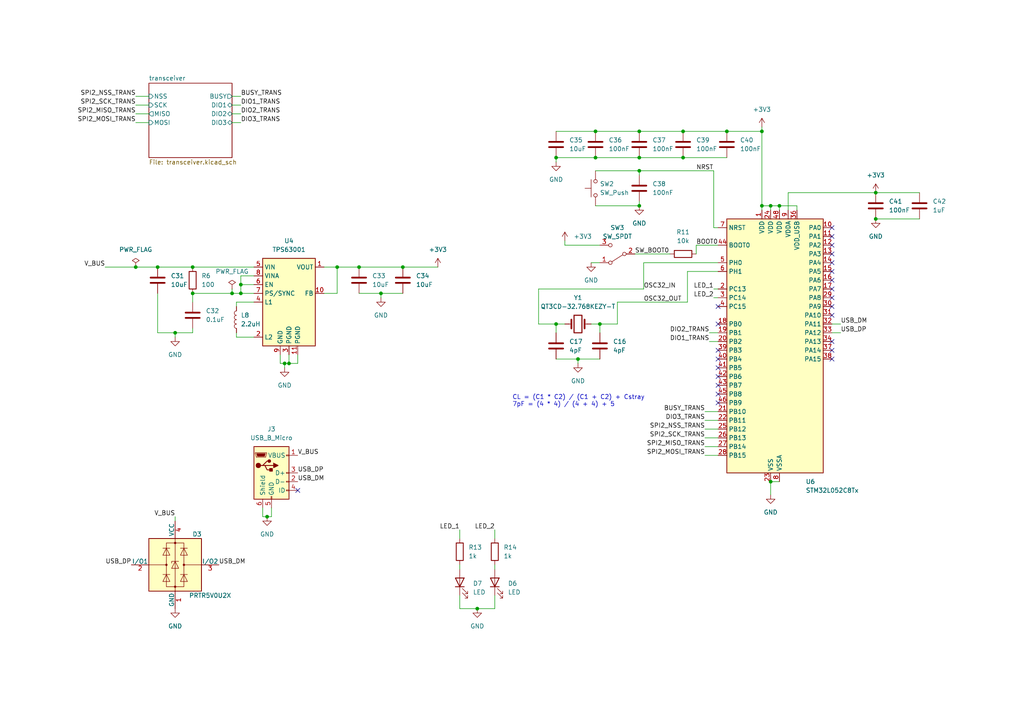
<source format=kicad_sch>
(kicad_sch (version 20230121) (generator eeschema)
  (paper "A4")
  (title_block (title "Microcontroller") (date "2023-09-24") (rev "1"))
  (lib_symbols
    (symbol "Connector:USB_B_Micro" (pin_names (offset 1.016))
      (property "Reference" "J" (at -5.08 11.43 0))
      (property "Value" "USB_B_Micro" (at -5.08 8.89 0))
      (symbol "USB_B_Micro_0_1"
        (rectangle (start -5.08 -7.62) (end 5.08 7.62) (stroke (width 0.254)) (fill (type background)))
        (circle (center -3.81 2.159) (radius 0.635) (stroke (width 0.254)) (fill (type outline)))
        (circle (center -0.635 3.429) (radius 0.381) (stroke (width 0.254)) (fill (type outline)))
        (rectangle (start -0.127 -7.62) (end 0.127 -6.858))
        (polyline (pts (xy -1.905 2.159) (xy 0.635 2.159)) (stroke (width 0.254)))
        (polyline (pts (xy -3.175 2.159) (xy -2.54 2.159) (xy -1.27 3.429) (xy -0.635 3.429)) (stroke (width 0.254)))
        (polyline (pts (xy -2.54 2.159) (xy -1.905 2.159) (xy -1.27 0.889) (xy 0 0.889)) (stroke (width 0.254)))
        (polyline (pts (xy 0.635 2.794) (xy 0.635 1.524) (xy 1.905 2.159) (xy 0.635 2.794)) (stroke (width 0.254)) (fill (type outline)))
        (polyline (pts (xy -4.318 5.588) (xy -1.778 5.588) (xy -2.032 4.826) (xy -4.064 4.826) (xy -4.318 5.588)) (fill (type outline)))
        (polyline (pts (xy -4.699 5.842) (xy -4.699 5.588) (xy -4.445 4.826) (xy -4.445 4.572) (xy -1.651 4.572) (xy -1.651 4.826) (xy -1.397 5.588) (xy -1.397 5.842) (xy -4.699 5.842)))
        (rectangle (start 0.254 1.27) (end -0.508 0.508) (stroke (width 0.254)) (fill (type outline)))
        (rectangle (start 5.08 -5.207) (end 4.318 -4.953))
        (rectangle (start 5.08 -2.667) (end 4.318 -2.413))
        (rectangle (start 5.08 -0.127) (end 4.318 0.127))
        (rectangle (start 5.08 4.953) (end 4.318 5.207))
      )
      (symbol "USB_B_Micro_1_1"
        (pin power_out line (at 7.62 5.08 180) (length 2.54) (name "VBUS") (number "1"))
        (pin bidirectional line (at 7.62 -2.54 180) (length 2.54) (name "D-") (number "2"))
        (pin bidirectional line (at 7.62 0 180) (length 2.54) (name "D+") (number "3"))
        (pin passive line (at 7.62 -5.08 180) (length 2.54) (name "ID") (number "4"))
        (pin power_out line (at 0 -10.16 90) (length 2.54) (name "GND") (number "5"))
        (pin passive line (at -2.54 -10.16 90) (length 2.54) (name "Shield") (number "6"))
      )
    )
    (symbol "Device:C" (pin_numbers hide) (pin_names (offset 0.254))
      (property "Reference" "C" (at 0.635 2.54 0))
      (property "Value" "C" (at 0.635 -2.54 0))
      (symbol "C_0_1"
        (polyline (pts (xy -2.032 -0.762) (xy 2.032 -0.762)) (stroke (width 0.508)))
        (polyline (pts (xy -2.032 0.762) (xy 2.032 0.762)) (stroke (width 0.508)))
      )
      (symbol "C_1_1"
        (pin passive line (at 0 3.81 270) (length 2.794) (name "~") (number "1"))
        (pin passive line (at 0 -3.81 90) (length 2.794) (name "~") (number "2"))
      )
    )
    (symbol "Device:Crystal" (pin_numbers hide) (pin_names (offset 1.016) hide)
      (property "Reference" "Y" (at 0 3.81 0))
      (property "Value" "Crystal" (at 0 -3.81 0))
      (symbol "Crystal_0_1"
        (rectangle (start -1.143 2.54) (end 1.143 -2.54) (stroke (width 0.3048)))
        (polyline (pts (xy -2.54 0) (xy -1.905 0)))
        (polyline (pts (xy -1.905 -1.27) (xy -1.905 1.27)) (stroke (width 0.508)))
        (polyline (pts (xy 1.905 -1.27) (xy 1.905 1.27)) (stroke (width 0.508)))
        (polyline (pts (xy 2.54 0) (xy 1.905 0)))
      )
      (symbol "Crystal_1_1"
        (pin passive line (at -3.81 0 0) (length 1.27) (name "1") (number "1"))
        (pin passive line (at 3.81 0 180) (length 1.27) (name "2") (number "2"))
      )
    )
    (symbol "Device:L" (pin_numbers hide) (pin_names (offset 1.016) hide)
      (property "Reference" "L" (at -1.27 0 90))
      (property "Value" "L" (at 1.905 0 90))
      (symbol "L_0_1"
        (arc (start 0 -2.54) (mid 0.6323 -1.905) (end 0 -1.27))
        (arc (start 0 -1.27) (mid 0.6323 -0.635) (end 0 0))
        (arc (start 0 0) (mid 0.6323 0.635) (end 0 1.27))
        (arc (start 0 1.27) (mid 0.6323 1.905) (end 0 2.54))
      )
      (symbol "L_1_1"
        (pin passive line (at 0 3.81 270) (length 1.27) (name "1") (number "1"))
        (pin passive line (at 0 -3.81 90) (length 1.27) (name "2") (number "2"))
      )
    )
    (symbol "Device:LED" (pin_numbers hide) (pin_names (offset 1.016) hide)
      (property "Reference" "D" (at 0 2.54 0))
      (property "Value" "LED" (at 0 -2.54 0))
      (symbol "LED_0_1"
        (polyline (pts (xy -1.27 -1.27) (xy -1.27 1.27)) (stroke (width 0.254)))
        (polyline (pts (xy -1.27 0) (xy 1.27 0)))
        (polyline (pts (xy 1.27 -1.27) (xy 1.27 1.27) (xy -1.27 0) (xy 1.27 -1.27)) (stroke (width 0.254)))
        (polyline (pts (xy -3.048 -0.762) (xy -4.572 -2.286) (xy -3.81 -2.286) (xy -4.572 -2.286) (xy -4.572 -1.524)))
        (polyline (pts (xy -1.778 -0.762) (xy -3.302 -2.286) (xy -2.54 -2.286) (xy -3.302 -2.286) (xy -3.302 -1.524)))
      )
      (symbol "LED_1_1"
        (pin passive line (at -3.81 0 0) (length 2.54) (name "K") (number "1"))
        (pin passive line (at 3.81 0 180) (length 2.54) (name "A") (number "2"))
      )
    )
    (symbol "Device:R" (pin_numbers hide) (pin_names (offset 0))
      (property "Reference" "R" (at 2.032 0 90))
      (property "Value" "R" (at 0 0 90))
      (symbol "R_0_1"
        (rectangle (start -1.016 -2.54) (end 1.016 2.54) (stroke (width 0.254)))
      )
      (symbol "R_1_1"
        (pin passive line (at 0 3.81 270) (length 1.27) (name "~") (number "1"))
        (pin passive line (at 0 -3.81 90) (length 1.27) (name "~") (number "2"))
      )
    )
    (symbol "MCU_ST_STM32L0:STM32L052C8Tx"
      (property "Reference" "U" (at -12.7 39.37 0))
      (property "Value" "STM32L052C8Tx" (at 10.16 39.37 0))
      (symbol "STM32L052C8Tx_0_1"
        (rectangle (start -12.7 -35.56) (end 15.24 38.1) (stroke (width 0.254)) (fill (type background)))
      )
      (symbol "STM32L052C8Tx_1_1"
        (pin power_in line (at -2.54 40.64 270) (length 2.54) (name "VDD") (number "1"))
        (pin bidirectional line (at 17.78 35.56 180) (length 2.54) (name "PA0") (number "10"))
        (pin bidirectional line (at 17.78 33.02 180) (length 2.54) (name "PA1") (number "11"))
        (pin bidirectional line (at 17.78 30.48 180) (length 2.54) (name "PA2") (number "12"))
        (pin bidirectional line (at 17.78 27.94 180) (length 2.54) (name "PA3") (number "13"))
        (pin bidirectional line (at 17.78 25.4 180) (length 2.54) (name "PA4") (number "14"))
        (pin bidirectional line (at 17.78 22.86 180) (length 2.54) (name "PA5") (number "15"))
        (pin bidirectional line (at 17.78 20.32 180) (length 2.54) (name "PA6") (number "16"))
        (pin bidirectional line (at 17.78 17.78 180) (length 2.54) (name "PA7") (number "17"))
        (pin bidirectional line (at -15.24 7.62 0) (length 2.54) (name "PB0") (number "18"))
        (pin bidirectional line (at -15.24 5.08 0) (length 2.54) (name "PB1") (number "19"))
        (pin bidirectional line (at -15.24 17.78 0) (length 2.54) (name "PC13") (number "2"))
        (pin bidirectional line (at -15.24 2.54 0) (length 2.54) (name "PB2") (number "20"))
        (pin bidirectional line (at -15.24 -17.78 0) (length 2.54) (name "PB10") (number "21"))
        (pin bidirectional line (at -15.24 -20.32 0) (length 2.54) (name "PB11") (number "22"))
        (pin power_in line (at 0 -38.1 90) (length 2.54) (name "VSS") (number "23"))
        (pin power_in line (at 0 40.64 270) (length 2.54) (name "VDD") (number "24"))
        (pin bidirectional line (at -15.24 -22.86 0) (length 2.54) (name "PB12") (number "25"))
        (pin bidirectional line (at -15.24 -25.4 0) (length 2.54) (name "PB13") (number "26"))
        (pin bidirectional line (at -15.24 -27.94 0) (length 2.54) (name "PB14") (number "27"))
        (pin bidirectional line (at -15.24 -30.48 0) (length 2.54) (name "PB15") (number "28"))
        (pin bidirectional line (at 17.78 15.24 180) (length 2.54) (name "PA8") (number "29"))
        (pin bidirectional line (at -15.24 15.24 0) (length 2.54) (name "PC14") (number "3"))
        (pin bidirectional line (at 17.78 12.7 180) (length 2.54) (name "PA9") (number "30"))
        (pin bidirectional line (at 17.78 10.16 180) (length 2.54) (name "PA10") (number "31"))
        (pin bidirectional line (at 17.78 7.62 180) (length 2.54) (name "PA11") (number "32"))
        (pin bidirectional line (at 17.78 5.08 180) (length 2.54) (name "PA12") (number "33"))
        (pin bidirectional line (at 17.78 2.54 180) (length 2.54) (name "PA13") (number "34"))
        (pin passive line (at 0 -38.1 90) (length 2.54) hide (name "VSS") (number "35"))
        (pin power_in line (at 7.62 40.64 270) (length 2.54) (name "VDD_USB") (number "36"))
        (pin bidirectional line (at 17.78 0 180) (length 2.54) (name "PA14") (number "37"))
        (pin bidirectional line (at 17.78 -2.54 180) (length 2.54) (name "PA15") (number "38"))
        (pin bidirectional line (at -15.24 0 0) (length 2.54) (name "PB3") (number "39"))
        (pin bidirectional line (at -15.24 12.7 0) (length 2.54) (name "PC15") (number "4"))
        (pin bidirectional line (at -15.24 -2.54 0) (length 2.54) (name "PB4") (number "40"))
        (pin bidirectional line (at -15.24 -5.08 0) (length 2.54) (name "PB5") (number "41"))
        (pin bidirectional line (at -15.24 -7.62 0) (length 2.54) (name "PB6") (number "42"))
        (pin bidirectional line (at -15.24 -10.16 0) (length 2.54) (name "PB7") (number "43"))
        (pin input line (at -15.24 30.48 0) (length 2.54) (name "BOOT0") (number "44"))
        (pin bidirectional line (at -15.24 -12.7 0) (length 2.54) (name "PB8") (number "45"))
        (pin bidirectional line (at -15.24 -15.24 0) (length 2.54) (name "PB9") (number "46"))
        (pin passive line (at 0 -38.1 90) (length 2.54) hide (name "VSS") (number "47"))
        (pin power_in line (at 2.54 40.64 270) (length 2.54) (name "VDD") (number "48"))
        (pin bidirectional line (at -15.24 25.4 0) (length 2.54) (name "PH0") (number "5"))
        (pin bidirectional line (at -15.24 22.86 0) (length 2.54) (name "PH1") (number "6"))
        (pin input line (at -15.24 35.56 0) (length 2.54) (name "NRST") (number "7"))
        (pin power_in line (at 2.54 -38.1 90) (length 2.54) (name "VSSA") (number "8"))
        (pin power_in line (at 5.08 40.64 270) (length 2.54) (name "VDDA") (number "9"))
      )
    )
    (symbol "Power_Protection:PRTR5V0U2X" (pin_names (offset 0))
      (property "Reference" "D" (at 2.794 8.636 0))
      (property "Value" "PRTR5V0U2X" (at 8.128 -9.398 0))
      (symbol "PRTR5V0U2X_0_1"
        (rectangle (start -7.62 -7.62) (end 7.62 7.62) (stroke (width 0.254)) (fill (type background)))
        (circle (center -2.54 0) (radius 0.254) (fill (type outline)))
        (rectangle (start -2.54 6.35) (end 2.54 -6.35))
        (circle (center 0 -6.35) (radius 0.254) (fill (type outline)))
        (polyline (pts (xy -2.54 0) (xy -7.62 0)))
        (polyline (pts (xy -1.524 -2.794) (xy -3.556 -2.794)))
        (polyline (pts (xy -1.524 4.826) (xy -3.556 4.826)))
        (polyline (pts (xy 0 -7.62) (xy 0 7.62)))
        (polyline (pts (xy 1.524 -2.794) (xy 3.556 -2.794)))
        (polyline (pts (xy 1.524 4.826) (xy 3.556 4.826)))
        (polyline (pts (xy 2.54 0) (xy 7.62 0)))
        (polyline (pts (xy 1.016 1.016) (xy -1.016 1.016) (xy -1.016 0.508)))
        (polyline (pts (xy -3.556 -4.826) (xy -1.524 -4.826) (xy -2.54 -2.794) (xy -3.556 -4.826)))
        (polyline (pts (xy -3.556 2.794) (xy -1.524 2.794) (xy -2.54 4.826) (xy -3.556 2.794)))
        (polyline (pts (xy -1.016 -1.016) (xy 1.016 -1.016) (xy 0 1.016) (xy -1.016 -1.016)))
        (polyline (pts (xy 3.556 -4.826) (xy 1.524 -4.826) (xy 2.54 -2.794) (xy 3.556 -4.826)))
        (polyline (pts (xy 3.556 2.794) (xy 1.524 2.794) (xy 2.54 4.826) (xy 3.556 2.794)))
        (circle (center 0 6.35) (radius 0.254) (fill (type outline)))
        (circle (center 2.54 0) (radius 0.254) (fill (type outline)))
      )
      (symbol "PRTR5V0U2X_1_1"
        (pin passive line (at 0 -12.7 90) (length 5.08) (name "GND") (number "1"))
        (pin passive line (at -12.7 0 0) (length 5.08) (name "I/O1") (number "2"))
        (pin passive line (at 12.7 0 180) (length 5.08) (name "I/O2") (number "3"))
        (pin passive line (at 0 12.7 270) (length 5.08) (name "VCC") (number "4"))
      )
    )
    (symbol "Regulator_Switching:TPS63001"
      (property "Reference" "U2" (at 0 17.78 0))
      (property "Value" "TPS63001" (at 0 15.24 0))
      (symbol "TPS63001_0_1"
        (rectangle (start -7.62 12.7) (end 7.62 -12.7) (stroke (width 0.254)) (fill (type background)))
      )
      (symbol "TPS63001_1_1"
        (pin power_out line (at 10.16 10.16 180) (length 2.54) (name "VOUT") (number "1"))
        (pin input line (at 10.16 2.54 180) (length 2.54) (name "FB") (number "10"))
        (pin passive line (at 2.54 -15.24 90) (length 2.54) (name "PGND") (number "11"))
        (pin input line (at -10.16 -10.16 0) (length 2.54) (name "L2") (number "2"))
        (pin power_in line (at 0 -15.24 90) (length 2.54) (name "PGND") (number "3"))
        (pin input line (at -10.16 0 0) (length 2.54) (name "L1") (number "4"))
        (pin power_in line (at -10.16 10.16 0) (length 2.54) (name "VIN") (number "5"))
        (pin input line (at -10.16 5.08 0) (length 2.54) (name "EN") (number "6"))
        (pin input line (at -10.16 2.54 0) (length 2.54) (name "PS/SYNC") (number "7"))
        (pin power_in line (at -10.16 7.62 0) (length 2.54) (name "VINA") (number "8"))
        (pin power_in line (at -2.54 -15.24 90) (length 2.54) (name "GND") (number "9"))
      )
    )
    (symbol "Switch:SW_Push" (pin_numbers hide) (pin_names (offset 1.016) hide)
      (property "Reference" "SW" (at 1.27 2.54 0))
      (property "Value" "SW_Push" (at 0 -1.524 0))
      (symbol "SW_Push_0_1"
        (circle (center -2.032 0) (radius 0.508))
        (polyline (pts (xy 0 1.27) (xy 0 3.048)))
        (polyline (pts (xy 2.54 1.27) (xy -2.54 1.27)))
        (circle (center 2.032 0) (radius 0.508))
        (pin passive line (at -5.08 0 0) (length 2.54) (name "1") (number "1"))
        (pin passive line (at 5.08 0 180) (length 2.54) (name "2") (number "2"))
      )
    )
    (symbol "Switch:SW_SPDT" (pin_names (offset 0) hide)
      (property "Reference" "SW" (at 0 4.318 0))
      (property "Value" "SW_SPDT" (at 0 -5.08 0))
      (symbol "SW_SPDT_0_0"
        (circle (center -2.032 0) (radius 0.508))
        (circle (center 2.032 -2.54) (radius 0.508))
      )
      (symbol "SW_SPDT_0_1"
        (polyline (pts (xy -1.524 0.254) (xy 1.651 2.286)))
        (circle (center 2.032 2.54) (radius 0.508))
      )
      (symbol "SW_SPDT_1_1"
        (pin passive line (at 5.08 2.54 180) (length 2.54) (name "A") (number "1"))
        (pin passive line (at -5.08 0 0) (length 2.54) (name "B") (number "2"))
        (pin passive line (at 5.08 -2.54 180) (length 2.54) (name "C") (number "3"))
      )
    )
    (symbol "power:+3V3" (power) (pin_names (offset 0))
      (property "Value" "+3V3" (at 0 3.556 0))
      (symbol "+3V3_0_1"
        (polyline (pts (xy -0.762 1.27) (xy 0 2.54)))
        (polyline (pts (xy 0 0) (xy 0 2.54)))
        (polyline (pts (xy 0 2.54) (xy 0.762 1.27)))
      )
      (symbol "+3V3_1_1"
        (pin power_in line (at 0 0 90) (length 0) hide (name "+3V3") (number "1"))
      )
    )
    (symbol "power:GND" (power) (pin_names (offset 0))
      (property "Value" "GND" (at 0 -3.81 0))
      (symbol "GND_0_1"
        (polyline (pts (xy 0 0) (xy 0 -1.27) (xy 1.27 -1.27) (xy 0 -2.54) (xy -1.27 -1.27) (xy 0 -1.27)))
      )
      (symbol "GND_1_1"
        (pin power_in line (at 0 0 270) (length 0) hide (name "GND") (number "1"))
      )
    )
    (symbol "power:PWR_FLAG" (power) (pin_numbers hide) (pin_names (offset 0) hide)
      (property "Value" "PWR_FLAG" (at 0 3.81 0))
      (symbol "PWR_FLAG_0_0"
        (pin power_out line (at 0 0 90) (length 0) (name "pwr") (number "1"))
      )
      (symbol "PWR_FLAG_0_1"
        (polyline (pts (xy 0 0) (xy 0 1.27) (xy -1.016 1.905) (xy 0 2.54) (xy 1.016 1.905) (xy 0 1.27)))
      )
    )
  )
  (junction (at 223.52 59.69))
  (junction (at 69.85 85.09))
  (junction (at 185.42 49.53))
  (junction (at 185.42 45.72))
  (junction (at 185.42 59.69))
  (junction (at 210.82 38.1))
  (junction (at 83.82 105.41))
  (junction (at 82.55 105.41))
  (junction (at 55.88 85.09))
  (junction (at 50.8 96.52))
  (junction (at 254 55.88))
  (junction (at 167.64 104.14))
  (junction (at 226.06 59.69))
  (junction (at 220.98 59.69))
  (junction (at 67.31 85.09))
  (junction (at 172.72 45.72))
  (junction (at 55.88 77.47))
  (junction (at 254 63.5))
  (junction (at 104.14 77.47))
  (junction (at 110.49 85.09))
  (junction (at 97.79 77.47))
  (junction (at 198.12 38.1))
  (junction (at 173.99 93.98))
  (junction (at 138.43 176.53))
  (junction (at 116.84 77.47))
  (junction (at 161.29 45.72))
  (junction (at 39.37 77.47))
  (junction (at 161.29 93.98))
  (junction (at 69.85 82.55))
  (junction (at 220.98 38.1))
  (junction (at 45.72 77.47))
  (junction (at 172.72 38.1))
  (junction (at 185.42 38.1))
  (junction (at 198.12 45.72))
  (junction (at 77.47 149.86))
  (junction (at 223.52 139.7))
  (no_connect (at 241.3 88.9))
  (no_connect (at 241.3 83.82))
  (no_connect (at 241.3 81.28))
  (no_connect (at 208.28 106.68))
  (no_connect (at 241.3 66.04))
  (no_connect (at 241.3 76.2))
  (no_connect (at 86.36 142.24))
  (no_connect (at 208.28 101.6))
  (no_connect (at 208.28 104.14))
  (no_connect (at 241.3 101.6))
  (no_connect (at 208.28 109.22))
  (no_connect (at 241.3 68.58))
  (no_connect (at 241.3 104.14))
  (no_connect (at 241.3 71.12))
  (no_connect (at 208.28 111.76))
  (no_connect (at 241.3 86.36))
  (no_connect (at 241.3 91.44))
  (no_connect (at 241.3 99.06))
  (no_connect (at 208.28 116.84))
  (no_connect (at 241.3 78.74))
  (no_connect (at 208.28 88.9))
  (no_connect (at 208.28 114.3))
  (no_connect (at 208.28 93.98))
  (no_connect (at 241.3 73.66))
  (wire (pts (xy 163.83 71.12) (xy 173.99 71.12)))
  (wire (pts (xy 161.29 93.98) (xy 163.83 93.98)))
  (wire (pts (xy 39.37 27.94) (xy 43.18 27.94)))
  (wire (pts (xy 104.14 77.47) (xy 116.84 77.47)))
  (wire (pts (xy 156.21 83.82) (xy 186.69 83.82)))
  (wire (pts (xy 254 63.5) (xy 266.7 63.5)))
  (wire (pts (xy 231.14 59.69) (xy 226.06 59.69)))
  (wire (pts (xy 50.8 97.79) (xy 50.8 96.52)))
  (wire (pts (xy 185.42 49.53) (xy 207.01 49.53)))
  (wire (pts (xy 97.79 85.09) (xy 97.79 77.47)))
  (wire (pts (xy 161.29 104.14) (xy 167.64 104.14)))
  (wire (pts (xy 223.52 139.7) (xy 226.06 139.7)))
  (wire (pts (xy 179.07 93.98) (xy 173.99 93.98)))
  (wire (pts (xy 185.42 45.72) (xy 198.12 45.72)))
  (wire (pts (xy 81.28 105.41) (xy 82.55 105.41)))
  (wire (pts (xy 93.98 77.47) (xy 97.79 77.47)))
  (wire (pts (xy 186.69 76.2) (xy 208.28 76.2)))
  (wire (pts (xy 133.35 163.83) (xy 133.35 165.1)))
  (wire (pts (xy 110.49 85.09) (xy 104.14 85.09)))
  (wire (pts (xy 69.85 85.09) (xy 69.85 82.55)))
  (wire (pts (xy 83.82 105.41) (xy 83.82 102.87)))
  (wire (pts (xy 220.98 59.69) (xy 220.98 60.96)))
  (wire (pts (xy 220.98 38.1) (xy 220.98 59.69)))
  (wire (pts (xy 68.58 97.79) (xy 73.66 97.79)))
  (wire (pts (xy 82.55 106.68) (xy 82.55 105.41)))
  (wire (pts (xy 50.8 149.86) (xy 50.8 151.13)))
  (wire (pts (xy 161.29 45.72) (xy 172.72 45.72)))
  (wire (pts (xy 67.31 30.48) (xy 69.85 30.48)))
  (wire (pts (xy 69.85 82.55) (xy 73.66 82.55)))
  (wire (pts (xy 204.47 132.08) (xy 208.28 132.08)))
  (wire (pts (xy 39.37 33.02) (xy 43.18 33.02)))
  (wire (pts (xy 185.42 38.1) (xy 198.12 38.1)))
  (wire (pts (xy 172.72 49.53) (xy 185.42 49.53)))
  (wire (pts (xy 110.49 85.09) (xy 116.84 85.09)))
  (wire (pts (xy 220.98 59.69) (xy 223.52 59.69)))
  (wire (pts (xy 73.66 87.63) (xy 68.58 87.63)))
  (wire (pts (xy 45.72 85.09) (xy 45.72 96.52)))
  (wire (pts (xy 171.45 93.98) (xy 173.99 93.98)))
  (wire (pts (xy 138.43 176.53) (xy 143.51 176.53)))
  (wire (pts (xy 167.64 104.14) (xy 173.99 104.14)))
  (wire (pts (xy 201.93 71.12) (xy 208.28 71.12)))
  (wire (pts (xy 161.29 93.98) (xy 161.29 96.52)))
  (wire (pts (xy 223.52 139.7) (xy 223.52 143.51)))
  (wire (pts (xy 39.37 35.56) (xy 43.18 35.56)))
  (wire (pts (xy 67.31 33.02) (xy 69.85 33.02)))
  (wire (pts (xy 172.72 38.1) (xy 185.42 38.1)))
  (wire (pts (xy 73.66 85.09) (xy 69.85 85.09)))
  (wire (pts (xy 55.88 77.47) (xy 73.66 77.47)))
  (wire (pts (xy 133.35 172.72) (xy 133.35 176.53)))
  (wire (pts (xy 207.01 49.53) (xy 207.01 66.04)))
  (wire (pts (xy 77.47 149.86) (xy 78.74 149.86)))
  (wire (pts (xy 81.28 102.87) (xy 81.28 105.41)))
  (wire (pts (xy 69.85 80.01) (xy 73.66 80.01)))
  (wire (pts (xy 55.88 85.09) (xy 55.88 87.63)))
  (wire (pts (xy 76.2 147.32) (xy 76.2 149.86)))
  (wire (pts (xy 67.31 35.56) (xy 69.85 35.56)))
  (wire (pts (xy 207.01 86.36) (xy 208.28 86.36)))
  (wire (pts (xy 143.51 153.67) (xy 143.51 156.21)))
  (wire (pts (xy 199.39 78.74) (xy 208.28 78.74)))
  (wire (pts (xy 231.14 60.96) (xy 231.14 59.69)))
  (wire (pts (xy 143.51 176.53) (xy 143.51 172.72)))
  (wire (pts (xy 184.15 73.66) (xy 194.31 73.66)))
  (wire (pts (xy 67.31 27.94) (xy 69.85 27.94)))
  (wire (pts (xy 186.69 83.82) (xy 186.69 76.2)))
  (wire (pts (xy 241.3 93.98) (xy 243.84 93.98)))
  (wire (pts (xy 50.8 96.52) (xy 55.88 96.52)))
  (wire (pts (xy 198.12 38.1) (xy 210.82 38.1)))
  (wire (pts (xy 133.35 176.53) (xy 138.43 176.53)))
  (wire (pts (xy 156.21 83.82) (xy 156.21 93.98)))
  (wire (pts (xy 172.72 45.72) (xy 185.42 45.72)))
  (wire (pts (xy 133.35 153.67) (xy 133.35 156.21)))
  (wire (pts (xy 223.52 59.69) (xy 226.06 59.69)))
  (wire (pts (xy 207.01 66.04) (xy 208.28 66.04)))
  (wire (pts (xy 204.47 127) (xy 208.28 127)))
  (wire (pts (xy 68.58 87.63) (xy 68.58 88.9)))
  (wire (pts (xy 82.55 105.41) (xy 83.82 105.41)))
  (wire (pts (xy 241.3 96.52) (xy 243.84 96.52)))
  (wire (pts (xy 205.74 99.06) (xy 208.28 99.06)))
  (wire (pts (xy 179.07 87.63) (xy 179.07 93.98)))
  (wire (pts (xy 116.84 77.47) (xy 127 77.47)))
  (wire (pts (xy 76.2 149.86) (xy 77.47 149.86)))
  (wire (pts (xy 198.12 45.72) (xy 210.82 45.72)))
  (wire (pts (xy 185.42 49.53) (xy 185.42 50.8)))
  (wire (pts (xy 45.72 77.47) (xy 55.88 77.47)))
  (wire (pts (xy 226.06 59.69) (xy 226.06 60.96)))
  (wire (pts (xy 163.83 69.85) (xy 163.83 71.12)))
  (wire (pts (xy 254 55.88) (xy 228.6 55.88)))
  (wire (pts (xy 156.21 93.98) (xy 161.29 93.98)))
  (wire (pts (xy 254 55.88) (xy 266.7 55.88)))
  (wire (pts (xy 207.01 83.82) (xy 208.28 83.82)))
  (wire (pts (xy 204.47 121.92) (xy 208.28 121.92)))
  (wire (pts (xy 55.88 96.52) (xy 55.88 95.25)))
  (wire (pts (xy 93.98 85.09) (xy 97.79 85.09)))
  (wire (pts (xy 185.42 58.42) (xy 185.42 59.69)))
  (wire (pts (xy 204.47 119.38) (xy 208.28 119.38)))
  (wire (pts (xy 30.48 77.47) (xy 39.37 77.47)))
  (wire (pts (xy 201.93 71.12) (xy 201.93 73.66)))
  (wire (pts (xy 86.36 102.87) (xy 86.36 105.41)))
  (wire (pts (xy 167.64 104.14) (xy 167.64 105.41)))
  (wire (pts (xy 171.45 76.2) (xy 173.99 76.2)))
  (wire (pts (xy 199.39 78.74) (xy 199.39 87.63)))
  (wire (pts (xy 67.31 85.09) (xy 69.85 85.09)))
  (wire (pts (xy 78.74 149.86) (xy 78.74 147.32)))
  (wire (pts (xy 39.37 30.48) (xy 43.18 30.48)))
  (wire (pts (xy 86.36 105.41) (xy 83.82 105.41)))
  (wire (pts (xy 223.52 59.69) (xy 223.52 60.96)))
  (wire (pts (xy 228.6 55.88) (xy 228.6 60.96)))
  (wire (pts (xy 161.29 45.72) (xy 161.29 46.99)))
  (wire (pts (xy 39.37 77.47) (xy 45.72 77.47)))
  (wire (pts (xy 67.31 83.82) (xy 67.31 85.09)))
  (wire (pts (xy 55.88 85.09) (xy 67.31 85.09)))
  (wire (pts (xy 220.98 38.1) (xy 210.82 38.1)))
  (wire (pts (xy 220.98 36.83) (xy 220.98 38.1)))
  (wire (pts (xy 110.49 86.36) (xy 110.49 85.09)))
  (wire (pts (xy 161.29 38.1) (xy 172.72 38.1)))
  (wire (pts (xy 179.07 87.63) (xy 199.39 87.63)))
  (wire (pts (xy 69.85 82.55) (xy 69.85 80.01)))
  (wire (pts (xy 172.72 59.69) (xy 185.42 59.69)))
  (wire (pts (xy 97.79 77.47) (xy 104.14 77.47)))
  (wire (pts (xy 204.47 129.54) (xy 208.28 129.54)))
  (wire (pts (xy 143.51 163.83) (xy 143.51 165.1)))
  (wire (pts (xy 204.47 124.46) (xy 208.28 124.46)))
  (wire (pts (xy 45.72 96.52) (xy 50.8 96.52)))
  (wire (pts (xy 68.58 96.52) (xy 68.58 97.79)))
  (wire (pts (xy 173.99 93.98) (xy 173.99 96.52)))
  (wire (pts (xy 205.74 96.52) (xy 208.28 96.52)))
  (text "CL = (C1 * C2) / (C1 + C2) + Cstray\n7pF = (4 * 4) / (4 + 4) + 5" (at 148.59 118.11 0) (effects (font (size 1.27 1.27)) (justify left bottom)))
  (label "OSC32_IN" (at 186.69 83.82 0))
  (label "SPI2_MOSI_TRANS" (at 204.47 132.08 180))
  (label "DIO2_TRANS" (at 69.85 33.02 0))
  (label "DIO2_TRANS" (at 205.74 96.52 180))
  (label "USB_DM" (at 63.5 163.83 0))
  (label "DIO1_TRANS" (at 69.85 30.48 0))
  (label "LED_1" (at 207.01 83.82 180))
  (label "USB_DP" (at 86.36 137.16 0))
  (label "V_BUS" (at 50.8 149.86 180))
  (label "LED_2" (at 207.01 86.36 180))
  (label "SPI2_MISO_TRANS" (at 204.47 129.54 180))
  (label "V_BUS" (at 86.36 132.08 0))
  (label "NRST" (at 201.93 49.53 0))
  (label "SPI2_NSS_TRANS" (at 204.47 124.46 180))
  (label "OSC32_OUT" (at 186.69 87.63 0))
  (label "SPI2_MOSI_TRANS" (at 39.37 35.56 180))
  (label "DIO1_TRANS" (at 205.74 99.06 180))
  (label "LED_1" (at 133.35 153.67 180))
  (label "USB_DP" (at 38.1 163.83 180))
  (label "USB_DM" (at 243.84 93.98 0))
  (label "SPI2_NSS_TRANS" (at 39.37 27.94 180))
  (label "DIO3_TRANS" (at 204.47 121.92 180))
  (label "BUSY_TRANS" (at 69.85 27.94 0))
  (label "V_BUS" (at 30.48 77.47 180))
  (label "USB_DP" (at 243.84 96.52 0))
  (label "SPI2_SCK_TRANS" (at 204.47 127 180))
  (label "SW_BOOT0" (at 184.15 73.66 0))
  (label "BOOT0" (at 201.93 71.12 0))
  (label "LED_2" (at 143.51 153.67 180))
  (label "SPI2_MISO_TRANS" (at 39.37 33.02 180))
  (label "DIO3_TRANS" (at 69.85 35.56 0))
  (label "SPI2_SCK_TRANS" (at 39.37 30.48 180))
  (label "BUSY_TRANS" (at 204.47 119.38 180))
  (label "USB_DM" (at 86.36 139.7 0))
  (symbol (lib_id "Device:R") (at 198.12 73.66 90) (unit 1)
    (property "Reference" "R11" (at 198.12 67.31 90))
    (property "Value" "10k" (at 198.12 69.85 90))
    (property "Footprint" "Resistor_SMD:R_0603_1608Metric" (effects hide))
  )
  (symbol (lib_id "power:+3V3") (at 127 77.47 0) (unit 1)
    (property "Reference" "#PWR018" (effects hide))
    (property "Value" "+3V3" (at 127 72.39 0))
  )
  (symbol (lib_id "Device:C") (at 185.42 54.61 0) (unit 1)
    (property "Reference" "C38" (at 189.23 53.34 0) (effects (justify left)))
    (property "Value" "100nF" (at 189.23 55.88 0) (effects (justify left)))
    (property "Footprint" "Capacitor_SMD:C_0805_2012Metric_Pad1.18x1.45mm_HandSolder" (effects hide))
  )
  (symbol (lib_id "power:+3V3") (at 220.98 36.83 0) (unit 1)
    (property "Reference" "#PWR0106" (effects hide))
    (property "Value" "+3V3" (at 220.98 31.75 0))
  )
  (symbol (lib_id "Device:C") (at 254 59.69 0) (unit 1)
    (property "Reference" "C41" (at 257.81 58.42 0) (effects (justify left)))
    (property "Value" "100nF" (at 257.81 60.96 0) (effects (justify left)))
    (property "Footprint" "Capacitor_SMD:C_0603_1608Metric_Pad1.08x0.95mm_HandSolder" (effects hide))
  )
  (symbol (lib_id "Device:C") (at 185.42 41.91 0) (unit 1)
    (property "Reference" "C37" (at 189.23 40.64 0) (effects (justify left)))
    (property "Value" "100nF" (at 189.23 43.18 0) (effects (justify left)))
    (property "Footprint" "Capacitor_SMD:C_0805_2012Metric_Pad1.18x1.45mm_HandSolder" (effects hide))
  )
  (symbol (lib_id "Switch:SW_Push") (at 172.72 54.61 90) (unit 1)
    (property "Reference" "SW2" (at 173.99 53.34 90) (effects (justify right)))
    (property "Value" "SW_Push" (at 173.99 55.88 90) (effects (justify right)))
    (property "Footprint" "Button_Switch_SMD:SW_SPST_EVQQ2" (effects hide))
  )
  (symbol (lib_id "power:PWR_FLAG") (at 67.31 83.82 0) (unit 1)
    (property "Reference" "#FLG05" (effects hide))
    (property "Value" "PWR_FLAG" (at 67.31 78.74 0))
  )
  (symbol (lib_id "power:GND") (at 82.55 106.68 0) (unit 1)
    (property "Reference" "#PWR029" (effects hide))
    (property "Value" "GND" (at 82.55 111.76 0))
  )
  (symbol (lib_id "Connector:USB_B_Micro") (at 78.74 137.16 0) (unit 1)
    (property "Reference" "J3" (at 78.74 124.46 0))
    (property "Value" "USB_B_Micro" (at 78.74 127 0))
    (property "Footprint" "Connector_USB:USB_Micro-B_Molex-105017-0001" (effects hide))
  )
  (symbol (lib_id "Device:C") (at 173.99 100.33 0) (unit 1)
    (property "Reference" "C16" (at 177.8 99.06 0) (effects (justify left)))
    (property "Value" "4pF" (at 177.8 101.6 0) (effects (justify left)))
    (property "Footprint" "Capacitor_SMD:C_0402_1005Metric_Pad0.74x0.62mm_HandSolder" (effects hide))
  )
  (symbol (lib_id "Device:C") (at 55.88 91.44 0) (unit 1)
    (property "Reference" "C32" (at 59.69 90.17 0) (effects (justify left)))
    (property "Value" "0.1uF" (at 59.69 92.71 0) (effects (justify left)))
    (property "Footprint" "Capacitor_SMD:C_0603_1608Metric_Pad1.08x0.95mm_HandSolder" (effects hide))
  )
  (symbol (lib_id "power:+3V3") (at 163.83 69.85 0) (unit 1)
    (property "Reference" "#PWR0109" (effects hide))
    (property "Value" "+3V3" (at 166.37 68.58 0) (effects (justify left)))
  )
  (symbol (lib_id "Device:C") (at 172.72 41.91 0) (unit 1)
    (property "Reference" "C36" (at 176.53 40.64 0) (effects (justify left)))
    (property "Value" "100nF" (at 176.53 43.18 0) (effects (justify left)))
    (property "Footprint" "Capacitor_SMD:C_0805_2012Metric_Pad1.18x1.45mm_HandSolder" (effects hide))
  )
  (symbol (lib_id "power:GND") (at 171.45 76.2 0) (unit 1)
    (property "Reference" "#PWR0110" (effects hide))
    (property "Value" "GND" (at 171.45 81.28 0))
  )
  (symbol (lib_id "power:GND") (at 50.8 176.53 0) (unit 1)
    (property "Reference" "#PWR0103" (effects hide))
    (property "Value" "GND" (at 50.8 181.61 0))
  )
  (symbol (lib_id "power:GND") (at 110.49 86.36 0) (unit 1)
    (property "Reference" "#PWR030" (effects hide))
    (property "Value" "GND" (at 110.49 91.44 0))
  )
  (symbol (lib_id "Device:LED") (at 133.35 168.91 90) (unit 1)
    (property "Reference" "D7" (at 137.16 169.2275 90) (effects (justify right)))
    (property "Value" "LED" (at 137.16 171.7675 90) (effects (justify right)))
    (property "Footprint" "LED_SMD:LED_0603_1608Metric_Pad1.05x0.95mm_HandSolder" (effects hide))
  )
  (symbol (lib_id "Device:C") (at 161.29 100.33 0) (unit 1)
    (property "Reference" "C17" (at 165.1 99.06 0) (effects (justify left)))
    (property "Value" "4pF" (at 165.1 101.6 0) (effects (justify left)))
    (property "Footprint" "Capacitor_SMD:C_0402_1005Metric_Pad0.74x0.62mm_HandSolder" (effects hide))
  )
  (symbol (lib_id "Device:Crystal") (at 167.64 93.98 0) (unit 1)
    (property "Reference" "Y1" (at 167.64 86.36 0))
    (property "Value" "QT3CD-32.768KEZY-T" (at 167.64 88.9 0))
    (property "Footprint" "custom:QT3CD-32.768KEZY-T" (effects hide))
    (property "Datasheet" "https://www.tme.eu/Document/2038edc3f6191a9c16824b8d8279f7c8/QT3CD.pdf" (effects hide))
  )
  (symbol (lib_id "Power_Protection:PRTR5V0U2X") (at 50.8 163.83 0) (unit 1)
    (property "Reference" "D3" (at 57.15 154.94 0))
    (property "Value" "PRTR5V0U2X" (at 60.96 172.72 0))
    (property "Footprint" "Package_TO_SOT_SMD:SOT-143" (effects hide))
    (property "Datasheet" "https://assets.nexperia.com/documents/data-sheet/PRTR5V0U2X.pdf" (effects hide))
  )
  (symbol (lib_id "Device:C") (at 161.29 41.91 0) (unit 1)
    (property "Reference" "C35" (at 165.1 40.64 0) (effects (justify left)))
    (property "Value" "10uF" (at 165.1 43.18 0) (effects (justify left)))
    (property "Footprint" "Capacitor_SMD:C_0805_2012Metric_Pad1.18x1.45mm_HandSolder" (effects hide))
  )
  (symbol (lib_id "Device:R") (at 133.35 160.02 0) (unit 1)
    (property "Reference" "R13" (at 135.89 158.75 0) (effects (justify left)))
    (property "Value" "1k" (at 135.89 161.29 0) (effects (justify left)))
    (property "Footprint" "Resistor_SMD:R_0603_1608Metric_Pad0.98x0.95mm_HandSolder" (effects hide))
  )
  (symbol (lib_id "power:GND") (at 185.42 59.69 0) (unit 1)
    (property "Reference" "#PWR0111" (effects hide))
    (property "Value" "GND" (at 185.42 64.77 0))
  )
  (symbol (lib_id "Device:C") (at 45.72 81.28 0) (unit 1)
    (property "Reference" "C31" (at 49.53 80.01 0) (effects (justify left)))
    (property "Value" "10uF" (at 49.53 82.55 0) (effects (justify left)))
    (property "Footprint" "Capacitor_SMD:C_0805_2012Metric_Pad1.18x1.45mm_HandSolder" (effects hide))
    (property "Part" "0805B106K100CT" (effects hide))
  )
  (symbol (lib_id "power:GND") (at 50.8 97.79 0) (unit 1)
    (property "Reference" "#PWR028" (effects hide))
    (property "Value" "GND" (at 50.8 102.87 0))
  )
  (symbol (lib_id "power:GND") (at 167.64 105.41 0) (unit 1)
    (property "Reference" "#PWR016" (effects hide))
    (property "Value" "GND" (at 167.64 110.49 0))
  )
  (symbol (lib_id "power:GND") (at 77.47 149.86 0) (unit 1)
    (property "Reference" "#PWR019" (effects hide))
    (property "Value" "GND" (at 77.47 154.94 0))
  )
  (symbol (lib_id "Device:C") (at 198.12 41.91 0) (unit 1)
    (property "Reference" "C39" (at 201.93 40.64 0) (effects (justify left)))
    (property "Value" "100nF" (at 201.93 43.18 0) (effects (justify left)))
    (property "Footprint" "Capacitor_SMD:C_0805_2012Metric_Pad1.18x1.45mm_HandSolder" (effects hide))
  )
  (symbol (lib_id "Regulator_Switching:TPS63001") (at 83.82 87.63 0) (unit 1)
    (property "Reference" "U4" (at 83.82 69.85 0))
    (property "Value" "TPS63001" (at 83.82 72.39 0))
    (property "Footprint" "Package_SON:Texas_DRC0010J_ThermalVias" (effects hide))
    (property "Datasheet" "http://www.ti.com/lit/ds/symlink/tps63000.pdf" (effects hide))
  )
  (symbol (lib_id "Device:C") (at 266.7 59.69 0) (unit 1)
    (property "Reference" "C42" (at 270.51 58.42 0) (effects (justify left)))
    (property "Value" "1uF" (at 270.51 60.96 0) (effects (justify left)))
    (property "Footprint" "Capacitor_SMD:C_0603_1608Metric_Pad1.08x0.95mm_HandSolder" (effects hide))
  )
  (symbol (lib_id "power:GND") (at 161.29 46.99 0) (unit 1)
    (property "Reference" "#PWR0108" (effects hide))
    (property "Value" "GND" (at 161.29 52.07 0))
  )
  (symbol (lib_id "power:GND") (at 223.52 143.51 0) (unit 1)
    (property "Reference" "#PWR0104" (effects hide))
    (property "Value" "GND" (at 223.52 148.59 0))
  )
  (symbol (lib_id "Device:C") (at 210.82 41.91 0) (unit 1)
    (property "Reference" "C40" (at 214.63 40.64 0) (effects (justify left)))
    (property "Value" "100nF" (at 214.63 43.18 0) (effects (justify left)))
    (property "Footprint" "Capacitor_SMD:C_0805_2012Metric_Pad1.18x1.45mm_HandSolder" (effects hide))
  )
  (symbol (lib_id "Device:R") (at 143.51 160.02 0) (unit 1)
    (property "Reference" "R14" (at 146.05 158.75 0) (effects (justify left)))
    (property "Value" "1k" (at 146.05 161.29 0) (effects (justify left)))
    (property "Footprint" "Resistor_SMD:R_0603_1608Metric_Pad0.98x0.95mm_HandSolder" (effects hide))
  )
  (symbol (lib_id "Switch:SW_SPDT") (at 179.07 73.66 180) (unit 1)
    (property "Reference" "SW3" (at 179.07 66.04 0))
    (property "Value" "SW_SPDT" (at 179.07 68.58 0))
    (property "Footprint" "Button_Switch_SMD:SW_SPDT_PCM12" (effects hide))
  )
  (symbol (lib_id "Device:LED") (at 143.51 168.91 90) (unit 1)
    (property "Reference" "D6" (at 147.32 169.2275 90) (effects (justify right)))
    (property "Value" "LED" (at 147.32 171.7675 90) (effects (justify right)))
    (property "Footprint" "LED_SMD:LED_0603_1608Metric_Pad1.05x0.95mm_HandSolder" (effects hide))
  )
  (symbol (lib_id "power:+3V3") (at 254 55.88 0) (unit 1)
    (property "Reference" "#PWR0107" (effects hide))
    (property "Value" "+3V3" (at 254 50.8 0))
  )
  (symbol (lib_id "power:PWR_FLAG") (at 39.37 77.47 0) (unit 1)
    (property "Reference" "#FLG01" (effects hide))
    (property "Value" "PWR_FLAG" (at 39.37 72.39 0))
  )
  (symbol (lib_id "power:GND") (at 138.43 176.53 0) (unit 1)
    (property "Reference" "#PWR044" (effects hide))
    (property "Value" "GND" (at 138.43 181.61 0))
  )
  (symbol (lib_id "power:GND") (at 254 63.5 0) (unit 1)
    (property "Reference" "#PWR0105" (effects hide))
    (property "Value" "GND" (at 254 68.58 0))
  )
  (symbol (lib_id "MCU_ST_STM32L0:STM32L052C8Tx") (at 223.52 101.6 0) (unit 1)
    (property "Reference" "U6" (at 233.68 139.7 0) (effects (justify left)))
    (property "Value" "STM32L052C8Tx" (at 233.68 142.24 0) (effects (justify left)))
    (property "Footprint" "Package_QFP:LQFP-48_7x7mm_P0.5mm" (effects hide))
    (property "Datasheet" "https://www.st.com/resource/en/datasheet/stm32l052c8.pdf" (effects hide))
  )
  (symbol (lib_id "Device:R") (at 55.88 81.28 0) (unit 1)
    (property "Reference" "R6" (at 58.42 80.01 0) (effects (justify left)))
    (property "Value" "100" (at 58.42 82.55 0) (effects (justify left)))
    (property "Footprint" "Resistor_SMD:R_0603_1608Metric" (effects hide))
  )
  (symbol (lib_id "Device:L") (at 68.58 92.71 180) (unit 1)
    (property "Reference" "L8" (at 69.85 91.44 0) (effects (justify right)))
    (property "Value" "2.2uH" (at 69.85 93.98 0) (effects (justify right)))
    (property "Footprint" "Inductor_SMD:L_Vishay_IHLP-1212" (effects hide))
    (property "Datasheet" "https://www.tme.eu/ee/details/lqh3npn2r2mjrl/paispoolid-smd-ulejaanud/murata/" (effects hide))
    (property "Part" "LQH3NPN2R2MJRL" (effects hide))
  )
  (symbol (lib_id "Device:C") (at 104.14 81.28 0) (unit 1)
    (property "Reference" "C33" (at 107.95 80.01 0) (effects (justify left)))
    (property "Value" "10uF" (at 107.95 82.55 0) (effects (justify left)))
    (property "Footprint" "Capacitor_SMD:C_0805_2012Metric_Pad1.18x1.45mm_HandSolder" (effects hide))
  )
  (symbol (lib_id "Device:C") (at 116.84 81.28 0) (unit 1)
    (property "Reference" "C34" (at 120.65 80.01 0) (effects (justify left)))
    (property "Value" "10uF" (at 120.65 82.55 0) (effects (justify left)))
    (property "Footprint" "Capacitor_SMD:C_0805_2012Metric_Pad1.18x1.45mm_HandSolder" (effects hide))
  )
  (sheet (at 43.18 24.13) (size 24.13 21.59) (stroke (width 0.1524))
    (property "Sheetname" "transceiver" (at 43.18 23.4184 0) (effects (justify left bottom)))
    (property "Sheetfile" "transceiver.kicad_sch" (at 43.18 46.3046 0) (effects (justify left top)))
    (pin "DIO2" bidirectional (at 67.31 33.02 0))
    (pin "BUSY" output (at 67.31 27.94 0))
    (pin "DIO1" bidirectional (at 67.31 30.48 0))
    (pin "DIO3" bidirectional (at 67.31 35.56 0))
    (pin "SCK" input (at 43.18 30.48 180))
    (pin "MOSI" input (at 43.18 35.56 180))
    (pin "MISO" output (at 43.18 33.02 180))
    (pin "NSS" input (at 43.18 27.94 180))
  )
)
</source>
